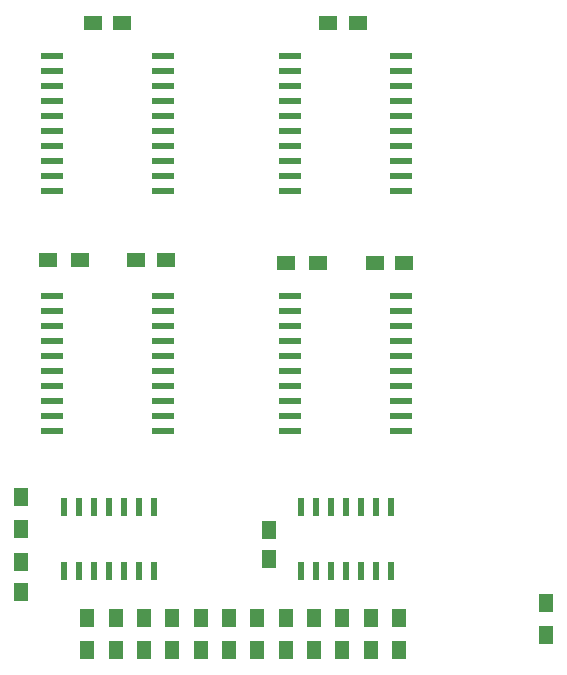
<source format=gbp>
%TF.GenerationSoftware,KiCad,Pcbnew,5.1.10*%
%TF.CreationDate,2021-12-20T17:42:05+01:00*%
%TF.ProjectId,afterglow_pico,61667465-7267-46c6-9f77-5f7069636f2e,rev?*%
%TF.SameCoordinates,Original*%
%TF.FileFunction,Paste,Bot*%
%TF.FilePolarity,Positive*%
%FSLAX46Y46*%
G04 Gerber Fmt 4.6, Leading zero omitted, Abs format (unit mm)*
G04 Created by KiCad (PCBNEW 5.1.10) date 2021-12-20 17:42:05*
%MOMM*%
%LPD*%
G01*
G04 APERTURE LIST*
%ADD10R,1.300000X1.500000*%
%ADD11R,1.500000X1.300000*%
%ADD12R,0.600000X1.500000*%
%ADD13R,1.250000X1.500000*%
%ADD14R,1.950000X0.600000*%
%ADD15R,1.500000X1.250000*%
G04 APERTURE END LIST*
D10*
%TO.C,R16*%
X170800000Y-109750000D03*
X170800000Y-107050000D03*
%TD*%
D11*
%TO.C,R2*%
X195950000Y-87200000D03*
X193250000Y-87200000D03*
%TD*%
D12*
%TO.C,U2*%
X174390000Y-113300000D03*
X175660000Y-113300000D03*
X176930000Y-113300000D03*
X178200000Y-113300000D03*
X179470000Y-113300000D03*
X180740000Y-113300000D03*
X182010000Y-113300000D03*
X182010000Y-107900000D03*
X180740000Y-107900000D03*
X179470000Y-107900000D03*
X178200000Y-107900000D03*
X176930000Y-107900000D03*
X175660000Y-107900000D03*
X174390000Y-107900000D03*
%TD*%
D10*
%TO.C,R15*%
X178800000Y-117300000D03*
X178800000Y-120000000D03*
%TD*%
%TO.C,R14*%
X181200000Y-117300000D03*
X181200000Y-120000000D03*
%TD*%
%TO.C,R13*%
X183600000Y-117300000D03*
X183600000Y-120000000D03*
%TD*%
%TO.C,R12*%
X186000000Y-117300000D03*
X186000000Y-120000000D03*
%TD*%
%TO.C,R11*%
X188400000Y-117300000D03*
X188400000Y-120000000D03*
%TD*%
%TO.C,R10*%
X193200000Y-120000000D03*
X193200000Y-117300000D03*
%TD*%
%TO.C,R9*%
X195600000Y-120000000D03*
X195600000Y-117300000D03*
%TD*%
%TO.C,R8*%
X198000000Y-120000000D03*
X198000000Y-117300000D03*
%TD*%
%TO.C,R7*%
X200400000Y-120000000D03*
X200400000Y-117300000D03*
%TD*%
%TO.C,R6*%
X202800000Y-120000000D03*
X202800000Y-117300000D03*
%TD*%
D11*
%TO.C,R5*%
X175750000Y-87000000D03*
X173050000Y-87000000D03*
%TD*%
D10*
%TO.C,R4*%
X176400000Y-117300000D03*
X176400000Y-120000000D03*
%TD*%
%TO.C,R3*%
X215200000Y-116050000D03*
X215200000Y-118750000D03*
%TD*%
D13*
%TO.C,C8*%
X170800000Y-112550000D03*
X170800000Y-115050000D03*
%TD*%
%TO.C,C7*%
X191800000Y-109800000D03*
X191800000Y-112300000D03*
%TD*%
D14*
%TO.C,U7*%
X182800000Y-89985000D03*
X182800000Y-91255000D03*
X182800000Y-92525000D03*
X182800000Y-93795000D03*
X182800000Y-95065000D03*
X182800000Y-96335000D03*
X182800000Y-97605000D03*
X182800000Y-98875000D03*
X182800000Y-100145000D03*
X182800000Y-101415000D03*
X173400000Y-101415000D03*
X173400000Y-100145000D03*
X173400000Y-98875000D03*
X173400000Y-97605000D03*
X173400000Y-96335000D03*
X173400000Y-95065000D03*
X173400000Y-93795000D03*
X173400000Y-92525000D03*
X173400000Y-91255000D03*
X173400000Y-89985000D03*
%TD*%
%TO.C,U6*%
X182800000Y-69685000D03*
X182800000Y-70955000D03*
X182800000Y-72225000D03*
X182800000Y-73495000D03*
X182800000Y-74765000D03*
X182800000Y-76035000D03*
X182800000Y-77305000D03*
X182800000Y-78575000D03*
X182800000Y-79845000D03*
X182800000Y-81115000D03*
X173400000Y-81115000D03*
X173400000Y-79845000D03*
X173400000Y-78575000D03*
X173400000Y-77305000D03*
X173400000Y-76035000D03*
X173400000Y-74765000D03*
X173400000Y-73495000D03*
X173400000Y-72225000D03*
X173400000Y-70955000D03*
X173400000Y-69685000D03*
%TD*%
%TO.C,U4*%
X193600000Y-89985000D03*
X193600000Y-91255000D03*
X193600000Y-92525000D03*
X193600000Y-93795000D03*
X193600000Y-95065000D03*
X193600000Y-96335000D03*
X193600000Y-97605000D03*
X193600000Y-98875000D03*
X193600000Y-100145000D03*
X193600000Y-101415000D03*
X203000000Y-101415000D03*
X203000000Y-100145000D03*
X203000000Y-98875000D03*
X203000000Y-97605000D03*
X203000000Y-96335000D03*
X203000000Y-95065000D03*
X203000000Y-93795000D03*
X203000000Y-92525000D03*
X203000000Y-91255000D03*
X203000000Y-89985000D03*
%TD*%
%TO.C,U3*%
X193600000Y-69685000D03*
X193600000Y-70955000D03*
X193600000Y-72225000D03*
X193600000Y-73495000D03*
X193600000Y-74765000D03*
X193600000Y-76035000D03*
X193600000Y-77305000D03*
X193600000Y-78575000D03*
X193600000Y-79845000D03*
X193600000Y-81115000D03*
X203000000Y-81115000D03*
X203000000Y-79845000D03*
X203000000Y-78575000D03*
X203000000Y-77305000D03*
X203000000Y-76035000D03*
X203000000Y-74765000D03*
X203000000Y-73495000D03*
X203000000Y-72225000D03*
X203000000Y-70955000D03*
X203000000Y-69685000D03*
%TD*%
D12*
%TO.C,U1*%
X194490000Y-113300000D03*
X195760000Y-113300000D03*
X197030000Y-113300000D03*
X198300000Y-113300000D03*
X199570000Y-113300000D03*
X200840000Y-113300000D03*
X202110000Y-113300000D03*
X202110000Y-107900000D03*
X200840000Y-107900000D03*
X199570000Y-107900000D03*
X198300000Y-107900000D03*
X197030000Y-107900000D03*
X195760000Y-107900000D03*
X194490000Y-107900000D03*
%TD*%
D10*
%TO.C,R1*%
X190800000Y-120000000D03*
X190800000Y-117300000D03*
%TD*%
D15*
%TO.C,C4*%
X180550000Y-87000000D03*
X183050000Y-87000000D03*
%TD*%
%TO.C,C3*%
X179350000Y-66900000D03*
X176850000Y-66900000D03*
%TD*%
%TO.C,C2*%
X200750000Y-87200000D03*
X203250000Y-87200000D03*
%TD*%
%TO.C,C1*%
X196800000Y-66900000D03*
X199300000Y-66900000D03*
%TD*%
M02*

</source>
